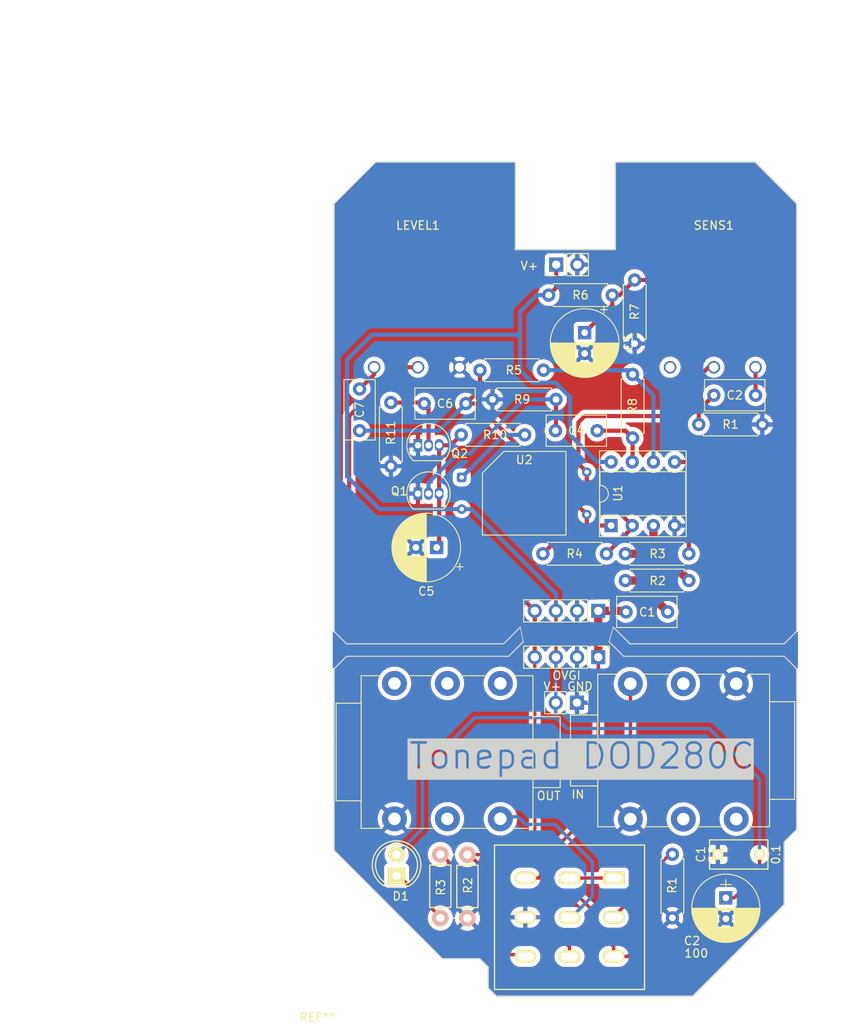
<source format=kicad_pcb>
(kicad_pcb (version 20221018) (generator pcbnew)
  (layers (0 "F.Cu" signal) (31 "B.Cu" signal) (34 "B.Paste" user) (35 "F.Paste" user) (36 "B.SilkS" user "B.Silkscreen") (37 "F.SilkS" user "F.Silkscreen") (38 "B.Mask" user) (39 "F.Mask" user) (44 "Edge.Cuts" user))
  (net 0 "")
  (net 1 "{slash}I")
  (net 2 "Net-(C1-Pad2)")
  (net 3 "Net-(J2-Pad2)")
  (net 4 "Net-(SW1-Pad1)")
  (net 5 "Net-(R3-Pad2)")
  (net 6 "Net-(J3-Pad2)")
  (net 7 "Net-(D1-Pad1)")
  (net 8 "GND")
  (net 9 "+9V")
  (net 10 "Net-(C2-Pad1)")
  (net 11 "Net-(C2-Pad2)")
  (net 12 "Net-(C4-Pad1)")
  (net 13 "Net-(Q1-B)")
  (net 14 "Net-(Q2-B)")
  (net 15 "Net-(C6-Pad2)")
  (net 16 "Net-(C7-Pad2)")
  (net 17 "Net-(Q1-C)")
  (net 18 "Net-(U1A-+)")
  (net 19 "VB")
  (net 20 "Net-(U1A--)")
  (net 21 "Net-(U1B--)")
  (net 22 "Net-(U2--)")
  (net 23 "{slash}O")
  (footprint "Pedal-Components:Potentiometer_ALPHA_RV16106N" (layer "F.Cu") (at 129.01 59.945838)
    (fp_text reference "LEVEL1" (at 0 -0.5 unlocked) (layer "F.SilkS"))
    (fp_text value "100KA")
    (pad "1" thru_hole circle (at -5.25 16.5) (size 1.524 1.524) (drill 1.1) (layers "*.Cu" "*.Mask") (net 16 "Net-(C7-Pad2)"))
    (pad "2" thru_hole circle (at 0 16.5) (size 1.524 1.524) (drill 1.1) (layers "*.Cu" "*.Mask") (net 23 "{slash}O"))
    (pad "3" thru_hole circle (at 5 16.5) (size 1.524 1.524) (drill 1.1) (layers "*.Cu" "*.Mask") (net 8 "GND"))
  )
  (footprint "Capacitor_THT:CP_Radial_D8.0mm_P2.50mm" (layer "F.Cu") (at 131.26 98.05 180)
    (fp_text reference "C5" (at 1.25 -5.25) (layer "F.SilkS"))
    (fp_text value "47uF")
    (pad "1" thru_hole rect (at 0 0 180) (size 1.6 1.6) (drill 0.8) (layers "*.Cu" "*.Mask") (net 17 "Net-(Q1-C)"))
    (pad "2" thru_hole circle (at 2.5 0 180) (size 1.6 1.6) (drill 0.8) (layers "*.Cu" "*.Mask") (net 8 "GND"))
  )
  (footprint "Resistor_THT:R_Axial_DIN0207_L6.3mm_D2.5mm_P7.62mm_Horizontal" (layer "F.Cu") (at 145.57 80.3 180)
    (fp_text reference "R9" (at 4.06 0) (layer "F.SilkS"))
    (fp_text value "220K")
    (pad "1" thru_hole circle (at 0 0 180) (size 1.6 1.6) (drill 0.8) (layers "*.Cu" "*.Mask") (net 13 "Net-(Q1-B)"))
    (pad "2" thru_hole oval (at 7.62 0 180) (size 1.6 1.6) (drill 0.8) (layers "*.Cu" "*.Mask") (net 8 "GND"))
  )
  (footprint "Connectors:NMJ6HCD2" (layer "F.Cu") (at 167.195 114.375 -90)
    (fp_text reference "J2" hide)
    (fp_text value "IN" (at 13.28 19) (layer "F.SilkS"))
    (pad "1" thru_hole circle (at 0 0 270) (size 3 3) (drill 1.5) (layers "*.Cu" "*.Mask") (net 8 "GND"))
    (pad "2" thru_hole circle (at 0 12.7 270) (size 3 3) (drill 1.5) (layers "*.Cu" "*.Mask") (net 3 "Net-(J2-Pad2)"))
    (pad "3" thru_hole circle (at 0 6.35 270) (size 3 3) (drill 1.5) (layers "*.Cu" "*.Mask"))
    (pad "4" thru_hole circle (at 16.23 0 270) (size 3 3) (drill 1.5) (layers "*.Cu" "*.Mask"))
    (pad "5" thru_hole circle (at 16.23 12.7 270) (size 3 3) (drill 1.5) (layers "*.Cu" "*.Mask") (net 8 "GND"))
    (pad "6" thru_hole circle (at 16.23 6.35 270) (size 3 3) (drill 1.5) (layers "*.Cu" "*.Mask"))
  )
  (footprint "Resistor_THT:R_Axial_DIN0207_L6.3mm_D2.5mm_P7.62mm_Horizontal" (layer "F.Cu") (at 141.82 84.55 180)
    (fp_text reference "R10" (at 3.56 0) (layer "F.SilkS"))
    (fp_text value "4K7")
    (pad "1" thru_hole circle (at 0 0 180) (size 1.6 1.6) (drill 0.8) (layers "*.Cu" "*.Mask") (net 22 "Net-(U2--)"))
    (pad "2" thru_hole oval (at 7.62 0 180) (size 1.6 1.6) (drill 0.8) (layers "*.Cu" "*.Mask") (net 17 "Net-(Q1-C)"))
  )
  (footprint "Package_TO_SOT_THT:TO-92_Inline" (layer "F.Cu") (at 129.01 91.59)
    (fp_text reference "Q1" (at -2.25 -0.29) (layer "F.SilkS"))
    (fp_text value "2N3904")
    (pad "1" thru_hole rect (at 0 0) (size 1.05 1.5) (drill 0.75) (layers "*.Cu" "*.Mask") (net 8 "GND"))
    (pad "2" thru_hole oval (at 1.27 0) (size 1.05 1.5) (drill 0.75) (layers "*.Cu" "*.Mask") (net 13 "Net-(Q1-B)"))
    (pad "3" thru_hole oval (at 2.54 0) (size 1.05 1.5) (drill 0.75) (layers "*.Cu" "*.Mask") (net 17 "Net-(Q1-C)"))
  )
  (footprint "Resistor_THT:R_Axial_DIN0207_L6.3mm_D2.5mm_P7.62mm_Horizontal" (layer "F.Cu") (at 136.45 76.8)
    (fp_text reference "R5" (at 4.06 0) (layer "F.SilkS"))
    (fp_text value "100K")
    (pad "1" thru_hole circle (at 0 0) (size 1.6 1.6) (drill 0.8) (layers "*.Cu" "*.Mask") (net 15 "Net-(C6-Pad2)"))
    (pad "2" thru_hole oval (at 7.62 0) (size 1.6 1.6) (drill 0.8) (layers "*.Cu" "*.Mask") (net 21 "Net-(U1B--)"))
  )
  (footprint "Capacitor_THT:C_Rect_L7.0mm_W3.5mm_P5.00mm" (layer "F.Cu") (at 150.51 84.05 180)
    (fp_text reference "C4" (at 2.5 0) (layer "F.SilkS"))
    (fp_text value "50nF")
    (pad "1" thru_hole circle (at 0 0 180) (size 1.6 1.6) (drill 0.8) (layers "*.Cu" "*.Mask") (net 12 "Net-(C4-Pad1)"))
    (pad "2" thru_hole circle (at 5 0 180) (size 1.6 1.6) (drill 0.8) (layers "*.Cu" "*.Mask") (net 13 "Net-(Q1-B)"))
  )
  (footprint "Resistors_ThroughHole:Resistor_Horizontal_RM7mm" (layer "F.Cu") (at 134.945 134.865 -90)
    (fp_text reference "R2" (at 3.685 -0.065 90) (layer "F.SilkS"))
    (fp_text value "1M" hide)
    (pad "1" thru_hole circle (at 0 0 270) (size 1.99898 1.99898) (drill 1.00076) (layers "*.Cu" "*.SilkS" "*.Mask") (net 23 "{slash}O"))
    (pad "2" thru_hole circle (at 7.62 0 270) (size 1.99898 1.99898) (drill 1.00076) (layers "*.Cu" "*.SilkS" "*.Mask") (net 8 "GND"))
  )
  (footprint "Pin_Headers:Pin_Header_Straight_1x02_Pitch2.54mm" (layer "F.Cu") (at 145.595 64.145 90)
    (fp_text reference "J1" hide)
    (fp_text value "V+ " (at -0.155 -2.835 180) (layer "F.SilkS"))
    (pad "1" thru_hole rect (at 0 0 90) (size 1.7 1.7) (drill 1) (layers "*.Cu" "*.Mask") (net 9 "+9V"))
    (pad "2" thru_hole oval (at 0 2.54 90) (size 1.7 1.7) (drill 1) (layers "*.Cu" "*.Mask") (net 8 "GND"))
  )
  (footprint "Capacitor_THT:C_Rect_L7.0mm_W3.5mm_P5.00mm" (layer "F.Cu") (at 129.76 80.8)
    (fp_text reference "C6" (at 2.5 0) (layer "F.SilkS"))
    (fp_text value "50nF")
    (pad "1" thru_hole circle (at 0 0) (size 1.6 1.6) (drill 0.8) (layers "*.Cu" "*.Mask") (net 14 "Net-(Q2-B)"))
    (pad "2" thru_hole circle (at 5 0) (size 1.6 1.6) (drill 0.8) (layers "*.Cu" "*.Mask") (net 15 "Net-(C6-Pad2)"))
  )
  (footprint "Package_TO_SOT_THT:TO-92_Inline" (layer "F.Cu") (at 129.01 85.8)
    (fp_text reference "Q2" (at 5 1) (layer "F.SilkS"))
    (fp_text value "2N3904")
    (pad "1" thru_hole rect (at 0 0) (size 1.05 1.5) (drill 0.75) (layers "*.Cu" "*.Mask") (net 8 "GND"))
    (pad "2" thru_hole oval (at 1.27 0) (size 1.05 1.5) (drill 0.75) (layers "*.Cu" "*.Mask") (net 14 "Net-(Q2-B)"))
    (pad "3" thru_hole oval (at 2.54 0) (size 1.05 1.5) (drill 0.75) (layers "*.Cu" "*.Mask") (net 17 "Net-(Q1-C)"))
  )
  (footprint "Resistor_THT:R_Axial_DIN0207_L6.3mm_D2.5mm_P7.62mm_Horizontal" (layer "F.Cu") (at 154.76 77.3 -90)
    (fp_text reference "R8" (at 3.81 0 90) (layer "F.SilkS"))
    (fp_text value "100K")
    (pad "1" thru_hole circle (at 0 0 270) (size 1.6 1.6) (drill 0.8) (layers "*.Cu" "*.Mask") (net 21 "Net-(U1B--)"))
    (pad "2" thru_hole oval (at 7.62 0 270) (size 1.6 1.6) (drill 0.8) (layers "*.Cu" "*.Mask") (net 12 "Net-(C4-Pad1)"))
  )
  (footprint "Capacitor_THT:C_Rect_L7.0mm_W3.5mm_P5.00mm" (layer "F.Cu") (at 164.51 79.8)
    (fp_text reference "C2" (at 2.5 0) (layer "F.SilkS"))
    (fp_text value "50nF")
    (pad "1" thru_hole circle (at 0 0) (size 1.6 1.6) (drill 0.8) (layers "*.Cu" "*.Mask") (net 10 "Net-(C2-Pad1)"))
    (pad "2" thru_hole circle (at 5 0) (size 1.6 1.6) (drill 0.8) (layers "*.Cu" "*.Mask") (net 11 "Net-(C2-Pad2)"))
  )
  (footprint "Resistor_THT:R_Axial_DIN0207_L6.3mm_D2.5mm_P7.62mm_Horizontal" (layer "F.Cu") (at 125.76 80.68 -90)
    (fp_text reference "R11" (at 3.62 0 90) (layer "F.SilkS"))
    (fp_text value "220K")
    (pad "1" thru_hole circle (at 0 0 270) (size 1.6 1.6) (drill 0.8) (layers "*.Cu" "*.Mask") (net 14 "Net-(Q2-B)"))
    (pad "2" thru_hole oval (at 7.62 0 270) (size 1.6 1.6) (drill 0.8) (layers "*.Cu" "*.Mask") (net 8 "GND"))
  )
  (footprint "Resistors_ThroughHole:Resistor_Horizontal_RM7mm" (layer "F.Cu") (at 131.695 142.465 90)
    (fp_text reference "R3" (at 3.665 0.065 90) (layer "F.SilkS"))
    (fp_text value "1K" hide)
    (pad "1" thru_hole circle (at 0 0 90) (size 1.99898 1.99898) (drill 1.00076) (layers "*.Cu" "*.SilkS" "*.Mask") (net 7 "Net-(D1-Pad1)"))
    (pad "2" thru_hole circle (at 7.62 0 90) (size 1.99898 1.99898) (drill 1.00076) (layers "*.Cu" "*.SilkS" "*.Mask") (net 5 "Net-(R3-Pad2)"))
  )
  (footprint "Capacitor_THT:CP_Radial_D8.0mm_P2.50mm" (layer "F.Cu") (at 149.01 72.3 -90)
    (fp_text reference "C3" (at 1.25 -5.25 90) (layer "F.SilkS"))
    (fp_text value "10uF")
    (pad "1" thru_hole rect (at 0 0 270) (size 1.6 1.6) (drill 0.8) (layers "*.Cu" "*.Mask") (net 19 "VB"))
    (pad "2" thru_hole circle (at 2.5 0 270) (size 1.6 1.6) (drill 0.8) (layers "*.Cu" "*.Mask") (net 8 "GND"))
  )
  (footprint "Capacitor_THT:C_Rect_L7.0mm_W3.5mm_P5.00mm" (layer "F.Cu") (at 122.01 84.05 90)
    (fp_text reference "C7" (at 2.5 0 90) (layer "F.SilkS"))
    (fp_text value "50nF")
    (pad "1" thru_hole circle (at 0 0 90) (size 1.6 1.6) (drill 0.8) (layers "*.Cu" "*.Mask") (net 15 "Net-(C6-Pad2)"))
    (pad "2" thru_hole circle (at 5 0 90) (size 1.6 1.6) (drill 0.8) (layers "*.Cu" "*.Mask") (net 16 "Net-(C7-Pad2)"))
  )
  (footprint "Capacitor_THT:C_Rect_L7.0mm_W3.5mm_P5.00mm" (layer "F.Cu") (at 153.97 105.77)
    (fp_text reference "C1" (at 2.54 0.03) (layer "F.SilkS"))
    (fp_text value "10nF")
    (pad "1" thru_hole circle (at 0 0) (size 1.6 1.6) (drill 0.8) (layers "*.Cu" "*.Mask") (net 1 "{slash}I"))
    (pad "2" thru_hole circle (at 5 0) (size 1.6 1.6) (drill 0.8) (layers "*.Cu" "*.Mask") (net 2 "Net-(C1-Pad2)"))
  )
  (footprint "Capacitors_THT:CP_Radial_D8.0mm_P2.50mm" (layer "F.Cu") (at 165.945 140.045 -90)
    (fp_text reference "C2" (at 5.15 4.05) (layer "F.SilkS"))
    (fp_text value "100" (at 6.65 3.55) (layer "F.SilkS"))
    (pad "1" thru_hole rect (at 0 0 270) (size 1.6 1.6) (drill 0.8) (layers "*.Cu" "*.Mask") (net 9 "+9V"))
    (pad "2" thru_hole circle (at 2.5 0 270) (size 1.6 1.6) (drill 0.8) (layers "*.Cu" "*.Mask") (net 8 "GND"))
  )
  (footprint "Pedal-Components:Potentiometer_ALPHA_RV16106N" (layer "F.Cu") (at 164.51 59.945838)
    (fp_text reference "SENS1" (at 0 -0.5 unlocked) (layer "F.SilkS"))
    (fp_text value "500KB")
    (pad "1" thru_hole circle (at -5.25 16.5) (size 1.524 1.524) (drill 1.1) (layers "*.Cu" "*.Mask"))
    (pad "2" thru_hole circle (at 0 16.5) (size 1.524 1.524) (drill 1.1) (layers "*.Cu" "*.Mask") (net 20 "Net-(U1A--)"))
    (pad "3" thru_hole circle (at 5 16.5) (size 1.524 1.524) (drill 1.1) (layers "*.Cu" "*.Mask") (net 11 "Net-(C2-Pad2)"))
  )
  (footprint "LEDs:LED-5MM" (layer "F.Cu") (at 126.445 137.385 90)
    (fp_text reference "D1" (at -2.46 0.5) (layer "F.SilkS"))
    (fp_text value "LED" hide)
    (pad "1" thru_hole rect (at 0 0 180) (size 2 1.9) (drill 1.00076) (layers "*.Cu" "*.Mask" "F.SilkS") (net 7 "Net-(D1-Pad1)"))
    (pad "2" thru_hole circle (at 2.54 0 90) (size 1.9 1.9) (drill 1.00076) (layers "*.Cu" "*.Mask" "F.SilkS") (net 9 "+9V"))
  )
  (footprint "Resistor_THT:R_Axial_DIN0207_L6.3mm_D2.5mm_P7.62mm_Horizontal" (layer "F.Cu") (at 155.01 65.99 -90)
    (fp_text reference "R7" (at 3.81 0 90) (layer "F.SilkS"))
    (fp_text value "22K")
    (pad "1" thru_hole circle (at 0 0 270) (size 1.6 1.6) (drill 0.8) (layers "*.Cu" "*.Mask") (net 19 "VB"))
    (pad "2" thru_hole oval (at 7.62 0 270) (size 1.6 1.6) (drill 0.8) (layers "*.Cu" "*.Mask") (net 8 "GND"))
  )
  (footprint "Connectors:NMJ6HCD2" (layer "F.Cu") (at 126.195 130.575 90)
    (fp_text reference "J3" hide)
    (fp_text value "OUT" (at 2.75 18.5) (layer "F.SilkS"))
    (pad "1" thru_hole circle (at 0 0 90) (size 3 3) (drill 1.5) (layers "*.Cu" "*.Mask") (net 8 "GND"))
    (pad "2" thru_hole circle (at 0 12.7 90) (size 3 3) (drill 1.5) (layers "*.Cu" "*.Mask") (net 6 "Net-(J3-Pad2)"))
    (pad "3" thru_hole circle (at 0 6.35 90) (size 3 3) (drill 1.5) (layers "*.Cu" "*.Mask"))
    (pad "4" thru_hole circle (at 16.23 0 90) (size 3 3) (drill 1.5) (layers "*.Cu" "*.Mask"))
    (pad "5" thru_hole circle (at 16.23 12.7 90) (size 3 3) (drill 1.5) (layers "*.Cu" "*.Mask"))
    (pad "6" thru_hole circle (at 16.23 6.35 90) (size 3 3) (drill 1.5) (layers "*.Cu" "*.Mask"))
  )
  (footprint "Resistor_THT:R_Axial_DIN0207_L6.3mm_D2.5mm_P7.62mm_Horizontal" (layer "F.Cu") (at 153.89 102.01)
    (fp_text reference "R2" (at 3.87 0.04) (layer "F.SilkS"))
    (fp_text value "10K")
    (pad "1" thru_hole circle (at 0 0) (size 1.6 1.6) (drill 0.8) (layers "*.Cu" "*.Mask") (net 2 "Net-(C1-Pad2)"))
    (pad "2" thru_hole oval (at 7.62 0) (size 1.6 1.6) (drill 0.8) (layers "*.Cu" "*.Mask") (net 18 "Net-(U1A-+)"))
  )
  (footprint "OptoDevice:PerkinElmer_VTL5C" (layer "F.Cu") (at 134.26 89.65)
    (fp_text reference "U2" (at 7.5 -2.1) (layer "F.SilkS"))
    (fp_text value "VTL5C")
    (pad "1" thru_hole roundrect (at 0 0) (size 1.15 1.15) (drill 0.55) (layers "*.Cu" "*.Mask") (net 22 "Net-(U2--)"))
    (pad "2" thru_hole circle (at 0 3.8) (size 1.15 1.15) (drill 0.55) (layers "*.Cu" "*.Mask") (net 9 "+9V"))
    (pad "3" thru_hole circle (at 15 -0.64) (size 1.15 1.15) (drill 0.55) (layers "*.Cu" "*.Mask") (net 20 "Net-(U1A--)"))
    (pad "4" thru_hole circle (at 15 4.44) (size 1.15 1.15) (drill 0.55) (layers "*.Cu" "*.Mask") (net 15 "Net-(C6-Pad2)"))
  )
  (footprint "Pin_Headers:Pin_Header_Straight_1x02_Pitch2.54mm" (layer "F.Cu") (at 148.085 116.655 -90)
    (fp_text reference "J4" hide)
    (fp_text value "V+ GND" (at -1.96 1.06) (layer "F.SilkS"))
    (pad "1" thru_hole rect (at 0 0 270) (size 1.7 1.7) (drill 1) (layers "*.Cu" "*.Mask") (net 8 "GND"))
    (pad "2" thru_hole oval (at 0 2.54 270) (size 1.7 1.7) (drill 1) (layers "*.Cu" "*.Mask") (net 9 "+9V"))
  )
  (footprint "Package_DIP:DIP-8_W7.62mm_Socket" (layer "F.Cu") (at 152.18 95.42 90)
    (fp_text reference "U1" (at 3.87 0.83 90) (layer "F.SilkS"))
    (fp_text value "LM358")
    (pad "1" thru_hole rect (at 0 0 90) (size 1.6 1.6) (drill 0.8) (layers "*.Cu" "*.Mask") (net 15 "Net-(C6-Pad2)"))
    (pad "2" thru_hole oval (at 0 2.54 90) (size 1.6 1.6) (drill 0.8) (layers "*.Cu" "*.Mask") (net 20 "Net-(U1A--)"))
    (pad "3" thru_hole oval (at 0 5.08 90) (size 1.6 1.6) (drill 0.8) (layers "*.Cu" "*.Mask") (net 18 "Net-(U1A-+)"))
    (pad "4" thru_hole oval (at 0 7.62 90) (size 1.6 1.6) (drill 0.8) (layers "*.Cu" "*.Mask") (net 8 "GND"))
    (pad "5" thru_hole oval (at 7.62 7.62 90) (size 1.6 1.6) (drill 0.8) (layers "*.Cu" "*.Mask") (net 19 "VB"))
    (pad "6" thru_hole oval (at 7.62 5.08 90) (size 1.6 1.6) (drill 0.8) (layers "*.Cu" "*.Mask") (net 21 "Net-(U1B--)"))
    (pad "7" thru_hole oval (at 7.62 2.54 90) (size 1.6 1.6) (drill 0.8) (layers "*.Cu" "*.Mask") (net 12 "Net-(C4-Pad1)"))
    (pad "8" thru_hole oval (at 7.62 0 90) (size 1.6 1.6) (drill 0.8) (layers "*.Cu" "*.Mask") (net 9 "+9V"))
  )
  (footprint "Resistor_THT:R_Axial_DIN0207_L6.3mm_D2.5mm_P7.62mm_Horizontal" (layer "F.Cu") (at 151.62 98.8 180)
    (fp_text reference "R4" (at 3.81 0) (layer "F.SilkS"))
    (fp_text value "1M")
    (pad "1" thru_hole circle (at 0 0 180) (size 1.6 1.6) (drill 0.8) (layers "*.Cu" "*.Mask") (net 20 "Net-(U1A--)"))
    (pad "2" thru_hole oval (at 7.62 0 180) (size 1.6 1.6) (drill 0.8) (layers "*.Cu" "*.Mask") (net 15 "Net-(C6-Pad2)"))
  )
  (footprint "KiCad Lib:1590B" (layer "F.Cu") (at 116.943692 153.849085)
    (fp_text reference "REF**" (at 0 0.5) (layer "F.SilkS"))
    (fp_text value "1590B")
  )
  (footprint "KiCad Lib:3PDT-Footswitch" (layer "F.Cu") (at 147.195 142.37 180)
    (fp_text reference "SW1" hide)
    (fp_text value "SW_3PDT" hide)
    (pad "1" thru_hole rect (at -5.3 4.7 180) (size 2.6 1.5) (drill oval 2.1 1) (layers "*.Cu" "*.Mask" "F.SilkS") (net 4 "Net-(SW1-Pad1)"))
    (pad "2" thru_hole oval (at 0 4.7 180) (size 2.6 1.5) (drill oval 2.1 1) (layers "*.Cu" "*.Mask" "F.SilkS") (net 4 "Net-(SW1-Pad1)"))
    (pad "3" thru_hole oval (at 5.3 4.7 180) (size 2.6 1.5) (drill oval 2.1 1) (layers "*.Cu" "*.Mask" "F.SilkS") (net 1 "{slash}I"))
    (pad "4" thru_hole oval (at -5.3 0 180) (size 2.6 1.5) (drill oval 2.1 1) (layers "*.Cu" "*.Mask" "F.SilkS") (net 3 "Net-(J2-Pad2)"))
    (pad "5" thru_hole oval (at 0 -0.025 180) (size 2.6 1.5) (drill oval 2.1 1) (layers "*.Cu" "*.Mask" "F.SilkS") (net 6 "Net-(J3-Pad2)"))
    (pad "6" thru_hole oval (at 5.3 0 180) (size 2.6 1.5) (drill oval 2.1 1) (layers "*.Cu" "*.Mask" "F.SilkS") (net 8 "GND"))
    (pad "7" thru_hole oval (at -5.3 -4.7 180) (size 2.6 1.5) (drill oval 2.1 1) (layers "*.Cu" "*.Mask" "F.SilkS") (net 1 "{slash}I"))
    (pad "8" thru_hole oval (at 0 -4.7 180) (size 2.6 1.5) (drill oval 2.1 1) (layers "*.Cu" "*.Mask" "F.SilkS") (net 23 "{slash}O"))
    (pad "9" thru_hole oval (at 5.3 -4.7 180) (size 2.6 1.5) (drill oval 2.1 1) (layers "*.Cu" "*.Mask" "F.SilkS") (net 5 "Net-(R3-Pad2)"))
  )
  (footprint "Resistor_THT:R_Axial_DIN0207_L6.3mm_D2.5mm_P7.62mm_Horizontal" (layer "F.Cu") (at 159.535 142.445 90)
    (fp_text reference "R1" (at 3.895 -0.025 90) (layer "F.SilkS"))
    (fp_text value "R")
    (pad "1" thru_hole circle (at 0 0 90) (size 1.6 1.6) (drill 0.8) (layers "*.Cu" "*.Mask") (net 8 "GND"))
    (pad "2" thru_hole oval (at 7.62 0 90) (size 1.6 1.6) (drill 0.8) (layers "*.Cu" "*.Mask") (net 1 "{slash}I"))
  )
  (footprint "Resistor_THT:R_Axial_DIN0207_L6.3mm_D2.5mm_P7.62mm_Horizontal" (layer "F.Cu") (at 162.7 83.3)
    (fp_text reference "R1" (at 3.81 0) (layer "F.SilkS"))
    (fp_text value "22K")
    (pad "1" thru_hole circle (at 0 0) (size 1.6 1.6) (drill 0.8) (layers "*.Cu" "*.Mask") (net 10 "Net-(C2-Pad1)"))
    (pad "2" thru_hole oval (at 7.62 0) (size 1.6 1.6) (drill 0.8) (layers "*.Cu" "*.Mask") (net 8 "GND"))
  )
  (footprint "Capacitors_ThroughHole:C_Rect_L7_W3.5_P5" (layer "F.Cu") (at 164.995 134.845)
    (fp_text reference "C1" (at -2.05 0 90) (layer "F.SilkS"))
    (fp_text value "0.1" (at 6.95 0 90) (layer "F.SilkS"))
    (pad "1" thru_hole rect (at 0 0) (size 1.3 1.3) (drill 0.8) (layers "*.Cu" "*.Mask" "F.SilkS") (net 8 "GND"))
    (pad "2" thru_hole circle (at 5 0) (size 1.3 1.3) (drill 0.8) (layers "*.Cu" "*.Mask" "F.SilkS") (net 9 "+9V"))
  )
  (footprint "Pin_Headers:Pin_Header_Straight_1x04_Pitch2.54mm" (layer "F.Cu") (at 150.645 111.195 -90)
    (fp_text reference "JOVGI1" hide)
    (fp_text value "OVGI" (at 2.2 3.8) (layer "F.SilkS"))
    (pad "1" thru_hole rect (at 0 0 270) (size 1.7 1.7) (drill 1) (layers "*.Cu" "*.Mask") (net 1 "{slash}I"))
    (pad "2" thru_hole oval (at 0 2.54 270) (size 1.7 1.7) (drill 1) (layers "*.Cu" "*.Mask") (net 8 "GND"))
    (pad "3" thru_hole oval (at 0 5.08 270) (size 1.7 1.7) (drill 1) (layers "*.Cu" "*.Mask") (net 9 "+9V"))
    (pad "4" thru_hole oval (at 0 7.62 270) (size 1.7 1.7) (drill 1) (layers "*.Cu" "*.Mask") (net 23 "{slash}O"))
  )
  (footprint "Pin_Headers:Pin_Header_Straight_1x04_Pitch2.54mm" (layer "F.Cu") (at 150.645 105.645 -90)
    (fp_text reference "JOVGI2" hide)
    (fp_text value "OVGI" hide)
    (pad "1" thru_hole rect (at 0 0 270) (size 1.7 1.7) (drill 1) (layers "*.Cu" "*.Mask") (net 1 "{slash}I"))
    (pad "2" thru_hole oval (at 0 2.54 270) (size 1.7 1.7) (drill 1) (layers "*.Cu" "*.Mask") (net 8 "GND"))
    (pad "3" thru_hole oval (at 0 5.08 270) (size 1.7 1.7) (drill 1) (layers "*.Cu" "*.Mask") (net 9 "+9V"))
    (pad "4" thru_hole oval (at 0 7.62 270) (size 1.7 1.7) (drill 1) (layers "*.Cu" "*.Mask") (net 23 "{slash}O"))
  )
  (footprint "Resistor_THT:R_Axial_DIN0207_L6.3mm_D2.5mm_P7.62mm_Horizontal" (layer "F.Cu") (at 144.7 67.8)
    (fp_text reference "R6" (at 3.81 0) (layer "F.SilkS"))
    (fp_text value "22K")
    (pad "1" thru_hole circle (at 0 0) (size 1.6 1.6) (drill 0.8) (layers "*.Cu" "*.Mask") (net 9 "+9V"))
    (pad "2" thru_hole oval (at 7.62 0) (size 1.6 1.6) (drill 0.8) (layers "*.Cu" "*.Mask") (net 19 "VB"))
  )
  (footprint "Resistor_THT:R_Axial_DIN0207_L6.3mm_D2.5mm_P7.62mm_Horizontal" (layer "F.Cu") (at 161.51 98.8 180)
    (fp_text reference "R3" (at 3.75 0) (layer "F.SilkS"))
    (fp_text value "470K")
    (pad "1" thru_hole circle (at 0 0 180) (size 1.6 1.6) (drill 0.8) (layers "*.Cu" "*.Mask") (net 19 "VB"))
    (pad "2" thru_hole oval (at 7.62 0 180) (size 1.6 1.6) (drill 0.8) (layers "*.Cu" "*.Mask") (net 18 "Net-(U1A-+)"))
  )
  (gr_line (start 140.695 62.345) (end 152.695 62.345) (stroke (width 0.15)) (layer "Edge.Cuts"))
  (gr_line (start 118.945 56.845) (end 123.945 51.845) (stroke (width 0.15)) (layer "Edge.Cuts"))
  (gr_line (start 172.945 133.345) (end 172.945 140.845) (stroke (width 0.15)) (layer "Edge.Cuts"))
  (gr_line (start 137.445 148.345) (end 136.445 147.345) (stroke (width 0.15)) (layer "Edge.Cuts"))
  (gr_line (start 120.445 111.095) (end 118.945 112.595) (stroke (width 0.15)) (layer "Edge.Cuts"))
  (gr_line (start 152.445 107.595) (end 154.445 109.595) (stroke (width 0.15)) (layer "Edge.Cuts"))
  (gr_line (start 172.945 109.595) (end 174.445 108.095) (stroke (width 0.15)) (layer "Edge.Cuts"))
  (gr_line (start 139.895 111.095) (end 120.945 111.095) (stroke (width 0.15)) (layer "Edge.Cuts"))
  (gr_line (start 120.445 109.595) (end 118.945 108.095) (stroke (width 0.15)) (layer "Edge.Cuts"))
  (gr_line (start 151.945 109.345) (end 153.695 111.095) (stroke (width 0.15)) (layer "Edge.Cuts"))
  (gr_line (start 174.445 112.595) (end 172.945 111.095) (stroke (width 0.15)) (layer "Edge.Cuts"))
  (gr_line (start 153.695 111.095) (end 168.695 111.095) (stroke (width 0.15)) (layer "Edge.Cuts"))
  (gr_line (start 131.945 147.345) (end 130.945 146.345) (stroke (width 0.15)) (layer "Edge.Cuts"))
  (gr_line (start 140.695 51.845) (end 140.695 62.345) (stroke (width 0.15)) (layer "Edge.Cuts"))
  (gr_line (start 141.295 107.595) (end 139.295 109.595) (stroke (width 0.15)) (layer "Edge.Cuts"))
  (gr_line (start 154.445 109.595) (end 172.945 109.595) (stroke (width 0.15)) (layer "Edge.Cuts"))
  (gr_line (start 141.645 109.345) (end 139.895 111.095) (stroke (width 0.15)) (layer "Edge.Cuts"))
  (gr_line (start 174.445 108.095) (end 174.445 84.845) (stroke (width 0.15)) (layer "Edge.Cuts"))
  (gr_line (start 130.945 146.345) (end 118.945 134.345) (stroke (width 0.15)) (layer "Edge.Cuts"))
  (gr_line (start 174.445 84.845) (end 174.445 56.845) (stroke (width 0.15)) (layer "Edge.Cuts"))
  (gr_line (start 174.445 131.845) (end 174.445 112.595) (stroke (width 0.15)) (layer "Edge.Cuts"))
  (gr_line (start 138.445 151.845) (end 161.945 151.845) (stroke (width 0.15)) (layer "Edge.Cuts"))
  (gr_line (start 118.945 56.845) (end 118.945 108.095) (stroke (width 0.15)) (layer "Edge.Cuts"))
  (gr_line (start 136.445 147.345) (end 132.445 147.345) (stroke (width 0.15)) (layer "Edge.Cuts"))
  (gr_line (start 140.695 51.845) (end 123.945 51.845) (stroke (width 0.15)) (layer "Edge.Cuts"))
  (gr_line (start 152.445 107.595) (end 151.945 109.345) (stroke (width 0.1)) (layer "Edge.Cuts"))
  (gr_line (start 172.945 111.095) (end 168.695 111.095) (stroke (width 0.15)) (layer "Edge.Cuts"))
  (gr_line (start 120.945 111.095) (end 120.445 111.095) (stroke (width 0.15)) (layer "Edge.Cuts"))
  (gr_line (start 132.445 147.345) (end 131.945 147.345) (stroke (width 0.15)) (layer "Edge.Cuts"))
  (gr_line (start 118.945 134.345) (end 118.945 120.845) (stroke (width 0.15)) (layer "Edge.Cuts"))
  (gr_line (start 137.445 150.845) (end 137.445 148.345) (stroke (width 0.15)) (layer "Edge.Cuts"))
  (gr_line (start 172.945 133.345) (end 174.445 131.845) (stroke (width 0.15)) (layer "Edge.Cuts"))
  (gr_line (start 118.945 112.595) (end 118.945 120.845) (stroke (width 0.15)) (layer "Edge.Cuts"))
  (gr_line (start 120.445 109.595) (end 120.445 109.595) (stroke (width 0.15)) (layer "Edge.Cuts"))
  (gr_line (start 152.695 62.345) (end 152.695 51.845) (stroke (width 0.15)) (layer "Edge.Cuts"))
  (gr_line (start 169.445 51.845) (end 174.445 56.845) (stroke (width 0.15)) (layer "Edge.Cuts"))
  (gr_line (start 139.295 109.595) (end 120.445 109.595) (stroke (width 0.15)) (layer "Edge.Cuts"))
  (gr_line (start 141.295 107.595) (end 141.645 109.345) (stroke (width 0.1)) (layer "Edge.Cuts"))
  (gr_line (start 172.945 140.845) (end 161.945 151.845) (stroke (width 0.15)) (layer "Edge.Cuts"))
  (gr_line (start 152.695 51.845) (end 169.445 51.845) (stroke (width 0.15)) (layer "Edge.Cuts"))
  (gr_line (start 138.445 151.845) (end 137.445 150.845) (stroke (width 0.15)) (layer "Edge.Cuts"))
  (gr_text "Tonepad DOD280C" (at 127.76 124.8) (layer "Edge.Cuts" knockout) (effects (font (size 3 3) (thickness 0.3)) (justify left bottom)))
  (segment (start 144.445 138.345) (end 143.77 137.67) (width 0.4) (layer "F.Cu") (net 1))
  (segment (start 143.745 137.37) (end 143.745 135.845) (width 0.4) (layer "F.Cu") (net 1))
  (segment (start 144.445 138.845) (end 144.445 138.345) (width 0.4) (layer "F.Cu") (net 1))
  (segment (start 157.945 136.095) (end 159.445 134.595) (width 0.4) (layer "F.Cu") (net 1))
  (segment (start 141.895 137.67) (end 143.445 137.67) (width 0.4) (layer "F.Cu") (net 1))
  (segment (start 143.77 137.67) (end 143.445 137.67) (width 0.4) (layer "F.Cu") (net 1))
  (segment (start 157.945 139.845) (end 157.945 136.095) (width 0.4) (layer "F.Cu") (net 1))
  (segment (start 148.345 139.945) (end 145.545 139.945) (width 0.4) (layer "F.Cu") (net 1))
  (segment (start 149.845 141.445) (end 148.345 139.945) (width 0.4) (layer "F.Cu") (net 1))
  (segment (start 143.445 137.67) (end 143.745 137.37) (width 0.4) (layer "F.Cu") (net 1))
  (segment (start 150.645 105.645) (end 150.645 111.195) (width 1) (layer "F.Cu") (net 1))
  (segment (start 152.495 147.07) (end 152.495 145.92) (width 0.4) (layer "F.Cu") (net 1))
  (segment (start 143.745 135.845) (end 148.945 130.645) (width 0.4) (layer "F.Cu") (net 1))
  (segment (start 152.495 147.07) (end 154.195 147.07) (width 0.4) (layer "F.Cu") (net 1))
  (segment (start 145.545 139.945) (end 144.445 138.845) (width 0.4) (layer "F.Cu") (net 1))
  (segment (start 155.87 145.42) (end 156.445 144.845) (width 0.4) (layer "F.Cu") (net 1))
  (segment (start 150.645 115.465) (end 150.645 122.785) (width 0.4) (layer "F.Cu") (net 1))
  (segment (start 152.495 145.92) (end 149.845 143.27) (width 0.4) (layer "F.Cu") (net 1))
  (segment (start 150.645 105.645) (end 153.845 105.645) (width 1) (layer "F.Cu") (net 1))
  (segment (start 154.195 147.07) (end 155.845 145.42) (width 0.4) (layer "F.Cu") (net 1))
  (segment (start 148.945 130.645) (end 148.945 124.485) (width 0.4) (layer "F.Cu") (net 1))
  (segment (start 156.445 144.845) (end 156.445 141.345) (width 0.4) (layer "F.Cu") (net 1))
  (segment (start 149.845 143.27) (end 149.845 141.445) (width 0.4) (layer "F.Cu") (net 1))
  (segment (start 148.945 124.485) (end 150.645 122.785) (width 0.4) (layer "F.Cu") (net 1))
  (segment (start 156.445 141.345) (end 157.945 139.845) (width 0.4) (layer "F.Cu") (net 1))
  (segment (start 155.845 145.42) (end 155.87 145.42) (width 0.4) (layer "F.Cu") (net 1))
  (segment (start 153.845 105.645) (end 153.97 105.77) (width 1) (layer "F.Cu") (net 1))
  (segment (start 150.645 111.195) (end 150.645 115.465) (width 0.4) (layer "F.Cu") (net 1))
  (segment (start 155.21 102.01) (end 158.97 105.77) (width 1) (layer "F.Cu") (net 2))
  (segment (start 153.89 102.01) (end 155.21 102.01) (width 1) (layer "F.Cu") (net 2))
  (segment (start 151.425 128.335) (end 154.495 125.265) (width 0.4) (layer "F.Cu") (net 3))
  (segment (start 153.22 142.37) (end 152.495 142.37) (width 0.4) (layer "F.Cu") (net 3))
  (segment (start 152.605 133.855) (end 151.425 132.675) (width 0.4) (layer "F.Cu") (net 3))
  (segment (start 153.635 133.855) (end 152.605 133.855) (width 0.4) (layer "F.Cu") (net 3))
  (segment (start 151.425 132.675) (end 151.425 128.335) (width 0.4) (layer "F.Cu") (net 3))
  (segment (start 155.445 135.665) (end 153.635 133.855) (width 0.4) (layer "F.Cu") (net 3))
  (segment (start 152.495 142.295) (end 155.445 139.345) (width 0.4) (layer "F.Cu") (net 3))
  (segment (start 155.445 139.345) (end 155.445 135.665) (width 0.4) (layer "F.Cu") (net 3))
  (segment (start 154.495 125.265) (end 154.495 114.375) (width 0.4) (layer "F.Cu") (net 3))
  (segment (start 152.495 142.37) (end 152.495 142.295) (width 0.4) (layer "F.Cu") (net 3))
  (segment (start 147.195 137.67) (end 148.895 137.67) (width 0.4) (layer "F.Cu") (net 4))
  (segment (start 148.895 137.67) (end 152.495 137.67) (width 0.4) (layer "F.Cu") (net 4))
  (segment (start 140.045 146.845) (end 141.67 146.845) (width 0.4) (layer "F.Cu") (net 5))
  (segment (start 131.815 134.845) (end 132.694489 135.724489) (width 0.4) (layer "F.Cu") (net 5))
  (segment (start 132.694489 135.724489) (end 132.694489 137.594489) (width 0.4) (layer "F.Cu") (net 5))
  (segment (start 134.845 139.745) (end 137.145 139.745) (width 0.4) (layer "F.Cu") (net 5))
  (segment (start 138.145 140.745) (end 138.145 144.945) (width 0.4) (layer "F.Cu") (net 5))
  (segment (start 132.694489 137.594489) (end 134.845 139.745) (width 0.4) (layer "F.Cu") (net 5))
  (segment (start 137.145 139.745) (end 138.145 140.745) (width 0.4) (layer "F.Cu") (net 5))
  (segment (start 138.145 144.945) (end 140.045 146.845) (width 0.4) (layer "F.Cu") (net 5))
  (segment (start 141.67 146.845) (end 141.895 147.07) (width 0.4) (layer "F.Cu") (net 5))
  (segment (start 131.695 134.845) (end 131.815 134.845) (width 0.4) (layer "F.Cu") (net 5))
  (segment (start 145.445 131.245) (end 149.945 135.745) (width 0.4) (layer "B.Cu") (net 6))
  (segment (start 141.01632 130.325) (end 141.93632 131.245) (width 0.4) (layer "B.Cu") (net 6))
  (segment (start 141.93632 131.245) (end 145.445 131.245) (width 0.4) (layer "B.Cu") (net 6))
  (segment (start 147.395 142.395) (end 147.195 142.395) (width 0.4) (layer "B.Cu") (net 6))
  (segment (start 149.945 135.745) (end 149.945 139.845) (width 0.4) (layer "B.Cu") (net 6))
  (segment (start 149.945 139.845) (end 147.395 142.395) (width 0.4) (layer "B.Cu") (net 6))
  (segment (start 138.895 130.325) (end 141.01632 130.325) (width 0.4) (layer "B.Cu") (net 6))
  (segment (start 130.695511 141.345511) (end 131.695 142.345) (width 0.4) (layer "F.Cu") (net 7))
  (segment (start 126.695 137.345) (end 130.695511 141.345511) (width 0.4) (layer "F.Cu") (net 7))
  (segment (start 126.445 137.345) (end 126.695 137.345) (width 0.4) (layer "F.Cu") (net 7))
  (segment (start 145.595 64.145) (end 145.595 66.905) (width 0.5) (layer "F.Cu") (net 9))
  (segment (start 165.945 140.045) (end 166.945 140.045) (width 0.4) (layer "F.Cu") (net 9))
  (segment (start 169.995 136.995) (end 169.995 135.764238) (width 0.4) (layer "F.Cu") (net 9))
  (segment (start 145.565 105.645) (end 145.565 111.195) (width 0.4) (layer "F.Cu") (net 9))
  (segment (start 169.995 135.764238) (end 169.995 134.845) (width 0.4) (layer "F.Cu") (net 9))
  (segment (start 145.595 66.905) (end 144.7 67.8) (width 0.5) (layer "F.Cu") (net 9))
  (segment (start 166.945 140.045) (end 169.995 136.995) (width 0.4) (layer "F.Cu") (net 9))
  (segment (start 120.51 89.55) (end 124.41 93.45) (width 0.5) (layer "B.Cu") (net 9))
  (segment (start 120.51 75.55) (end 120.51 89.55) (width 0.5) (layer "B.Cu") (net 9))
  (segment (start 123.51 72.55) (end 120.51 75.55) (width 0.5) (layer "B.Cu") (net 9))
  (segment (start 147.26 84.55) (end 147.26 80.05) (width 0.5) (layer "B.Cu") (net 9))
  (segment (start 145.51 78.3) (end 142.76 78.3) (width 0.5) (layer "B.Cu") (net 9))
  (segment (start 141.26 72.55) (end 123.51 72.55) (width 0.5) (layer "B.Cu") (net 9))
  (segment (start 134.26 93.45) (end 135.41 93.45) (width 0.5) (layer "B.Cu") (net 9))
  (segment (start 141.26 69.8) (end 143.26 67.8) (width 0.5) (layer "B.Cu") (net 9))
  (segment (start 150.51 87.8) (end 147.26 84.55) (width 0.5) (layer "B.Cu") (net 9))
  (segment (start 145.595 105.615) (end 145.565 105.645) (width 0.4) (layer "B.Cu") (net 9))
  (segment (start 135.41 93.45) (end 145.565 103.605) (width 0.5) (layer "B.Cu") (net 9))
  (segment (start 124.41 93.45) (end 134.26 93.45) (width 0.5) (layer "B.Cu") (net 9))
  (segment (start 163.945 119.745) (end 169.995 125.795) (width 0.4) (layer "B.Cu") (net 9))
  (segment (start 145.545 118.445) (end 146.845 119.745) (width 0.4) (layer "B.Cu") (net 9))
  (segment (start 152.18 87.8) (end 150.51 87.8) (width 0.5) (layer "B.Cu") (net 9))
  (segment (start 143.26 67.8) (end 144.7 67.8) (width 0.5) (layer "B.Cu") (net 9))
  (segment (start 145.545 117.945) (end 145.545 118.445) (width 0.4) (layer "B.Cu") (net 9))
  (segment (start 129.545 131.745) (end 126.445 134.845) (width 0.4) (layer "B.Cu") (net 9))
  (segment (start 146.845 119.745) (end 163.945 119.745) (width 0.4) (layer "B.Cu") (net 9))
  (segment (start 145.565 111.195) (end 145.565 112.397081) (width 0.4) (layer "B.Cu") (net 9))
  (segment (start 129.545 124.745) (end 129.545 131.745) (width 0.4) (layer "B.Cu") (net 9))
  (segment (start 141.26 72.55) (end 141.26 69.8) (width 0.5) (layer "B.Cu") (net 9))
  (segment (start 135.845 118.445) (end 129.545 124.745) (width 0.4) (layer "B.Cu") (net 9))
  (segment (start 145.545 118.445) (end 135.845 118.445) (width 0.4) (layer "B.Cu") (net 9))
  (segment (start 145.545 116.655) (end 145.545 117.945) (width 0.4) (layer "B.Cu") (net 9))
  (segment (start 145.545 112.417081) (end 145.545 117.945) (width 0.4) (layer "B.Cu") (net 9))
  (segment (start 141.26 76.8) (end 141.26 72.55) (width 0.5) (layer "B.Cu") (net 9))
  (segment (start 142.76 78.3) (end 141.26 76.8) (width 0.5) (layer "B.Cu") (net 9))
  (segment (start 145.565 112.397081) (end 145.545 112.417081) (width 0.4) (layer "B.Cu") (net 9))
  (segment (start 145.565 103.605) (end 145.565 105.645) (width 0.5) (layer "B.Cu") (net 9))
  (segment (start 169.995 125.795) (end 169.995 134.845) (width 0.4) (layer "B.Cu") (net 9))
  (segment (start 147.26 80.05) (end 145.51 78.3) (width 0.5) (layer "B.Cu") (net 9))
  (segment (start 162.7 83.3) (end 162.7 81.61) (width 0.5) (layer "F.Cu") (net 10))
  (segment (start 162.7 81.61) (end 164.51 79.8) (width 0.5) (layer "F.Cu") (net 10))
  (segment (start 169.51 76.445838) (end 169.51 79.8) (width 0.5) (layer "F.Cu") (net 11))
  (segment (start 154.76 87.76) (end 154.72 87.8) (width 0.5) (layer "F.Cu") (net 12))
  (segment (start 150.51 84.05) (end 153.89 84.05) (width 0.5) (layer "F.Cu") (net 12))
  (segment (start 154.76 84.92) (end 154.76 87.76) (width 0.5) (layer "F.Cu") (net 12))
  (segment (start 153.89 84.05) (end 154.76 84.92) (width 0.5) (layer "F.Cu") (net 12))
  (segment (start 145.57 83.99) (end 145.51 84.05) (width 0.5) (layer "F.Cu") (net 13))
  (segment (start 145.57 80.3) (end 145.57 83.99) (width 0.5) (layer "F.Cu") (net 13))
  (segment (start 141.76 80.3) (end 145.57 80.3) (width 0.5) (layer "B.Cu") (net 13))
  (segment (start 130.28 90.28) (end 133.76 86.8) (width 0.5) (layer "B.Cu") (net 13))
  (segment (start 133.76 86.8) (end 135.26 86.8) (width 0.5) (layer "B.Cu") (net 13))
  (segment (start 135.26 86.8) (end 141.76 80.3) (width 0.5) (layer "B.Cu") (net 13))
  (segment (start 130.28 91.59) (end 130.28 90.28) (width 0.5) (layer "B.Cu") (net 13))
  (segment (start 129.64 80.68) (end 129.76 80.8) (width 0.5) (layer "F.Cu") (net 14))
  (segment (start 125.76 80.68) (end 129.64 80.68) (width 0.5) (layer "F.Cu") (net 14))
  (segment (start 130.28 85.8) (end 130.28 81.32) (width 0.5) (layer "F.Cu") (net 14))
  (segment (start 130.28 81.32) (end 129.76 80.8) (width 0.5) (layer "F.Cu") (net 14))
  (segment (start 152.18 95.42) (end 149.26 95.42) (width 0.5) (layer "F.Cu") (net 15))
  (segment (start 149.26 95.42) (end 147.38 95.42) (width 0.5) (layer "F.Cu") (net 15))
  (segment (start 136.45 76.8) (end 136.45 79.11) (width 0.5) (layer "F.Cu") (net 15))
  (segment (start 135.97 80.8) (end 149.26 94.09) (width 0.5) (layer "F.Cu") (net 15))
  (segment (start 147.38 95.42) (end 144 98.8) (width 0.5) (layer "F.Cu") (net 15))
  (segment (start 134.76 80.8) (end 135.97 80.8) (width 0.5) (layer "F.Cu") (net 15))
  (segment (start 149.26 94.09) (end 149.26 95.42) (width 0.5) (layer "F.Cu") (net 15))
  (segment (start 136.45 79.11) (end 134.76 80.8) (width 0.5) (layer "F.Cu") (net 15))
  (segment (start 122.01 84.05) (end 131.51 84.05) (width 0.5) (layer "B.Cu") (net 15))
  (segment (start 131.51 84.05) (end 134.76 80.8) (width 0.5) (layer "B.Cu") (net 15))
  (segment (start 123.76 76.445838) (end 123.76 77.3) (width 0.5) (layer "F.Cu") (net 16))
  (segment (start 123.76 77.3) (end 122.01 79.05) (width 0.5) (layer "F.Cu") (net 16))
  (segment (start 131.55 85.8) (end 132.95 85.8) (width 0.5) (layer "F.Cu") (net 17))
  (segment (start 131.55 85.8) (end 131.55 91.59) (width 0.5) (layer "F.Cu") (net 17))
  (segment (start 132.95 85.8) (end 134.2 84.55) (width 0.5) (layer "F.Cu") (net 17))
  (segment (start 131.55 97.76) (end 131.26 98.05) (width 0.5) (layer "F.Cu") (net 17))
  (segment (start 131.55 91.59) (end 131.55 97.76) (width 0.5) (layer "F.Cu") (net 17))
  (segment (start 157.26 95.42) (end 157.26 97.76) (width 1) (layer "F.Cu") (net 18))
  (segment (start 157.26 97.76) (end 161.51 102.01) (width 1) (layer "F.Cu") (net 18))
  (segment (start 156.22 98.8) (end 157.26 97.76) (width 1) (layer "F.Cu") (net 18))
  (segment (start 153.89 98.8) (end 156.22 98.8) (width 1) (layer "F.Cu") (net 18))
  (segment (start 161.51 98.8) (end 161.51 87.8) (width 0.5) (layer "F.Cu") (net 19))
  (segment (start 152.32 67.8) (end 153.2 67.8) (width 0.5) (layer "F.Cu") (net 19))
  (segment (start 167.26 70.8) (end 162.45 65.99) (width 0.5) (layer "F.Cu") (net 19))
  (segment (start 163.51 87.8) (end 167.26 84.05) (width 0.5) (layer "F.Cu") (net 19))
  (segment (start 161.51 87.8) (end 163.51 87.8) (width 0.5) (layer "F.Cu") (net 19))
  (segment (start 159.8 87.8) (end 161.51 87.8) (width 0.5) (layer "F.Cu") (net 19))
  (segment (start 167.26 84.05) (end 167.26 70.8) (width 0.5) (layer "F.Cu") (net 19))
  (segment (start 153.2 67.8) (end 155.01 65.99) (width 0.5) (layer "F.Cu") (net 19))
  (segment (start 149.01 72.3) (end 152.32 68.99) (width 0.5) (layer "F.Cu") (net 19))
  (segment (start 162.45 65.99) (end 155.01 65.99) (width 0.5) (layer "F.Cu") (net 19))
  (segment (start 152.32 68.99) (end 152.32 67.8) (width 0.5) (layer "F.Cu") (net 19))
  (segment (start 164.51 76.445838) (end 163.864162 76.445838) (width 0.5) (layer "F.Cu") (net 20))
  (segment (start 159.01 82.3) (end 149.01 82.3) (width 0.5) (layer "F.Cu") (net 20))
  (segment (start 148.26 88.01) (end 149.26 89.01) (width 0.5) (layer "F.Cu") (net 20))
  (segment (start 148.26 83.05) (end 148.26 88.01) (width 0.5) (layer "F.Cu") (net 20))
  (segment (start 154.72 95.42) (end 154.72 95.7) (width 0.5) (layer "F.Cu") (net 20))
  (segment (start 163.864162 76.445838) (end 159.76 80.55) (width 0.5) (layer "F.Cu") (net 20))
  (segment (start 159.76 80.55) (end 159.76 81.55) (width 0.5) (layer "F.Cu") (net 20))
  (segment (start 149.01 82.3) (end 148.26 83.05) (width 0.5) (layer "F.Cu") (net 20))
  (segment (start 154.72 95.42) (end 149.26 89.96) (width 0.5) (layer "F.Cu") (net 20))
  (segment (start 154.72 95.7) (end 151.62 98.8) (width 0.5) (layer "F.Cu") (net 20))
  (segment (start 159.76 81.55) (end 159.01 82.3) (width 0.5) (layer "F.Cu") (net 20))
  (segment (start 149.26 89.96) (end 149.26 89.01) (width 0.5) (layer "F.Cu") (net 20))
  (segment (start 157.26 87.8) (end 157.26 79.8) (width 0.5) (layer "B.Cu") (net 21))
  (segment (start 154.26 76.8) (end 154.76 77.3) (width 0.5) (layer "B.Cu") (net 21))
  (segment (start 144.07 76.8) (end 154.26 76.8) (width 0.5) (layer "B.Cu") (net 21))
  (segment (start 157.26 79.8) (end 154.76 77.3) (width 0.5) (layer "B.Cu") (net 21))
  (segment (start 134.26 89.65) (end 139.36 84.55) (width 0.5) (layer "B.Cu") (net 22))
  (segment (start 139.36 84.55) (end 141.82 84.55) (width 0.5) (layer "B.Cu") (net 22))
  (segment (start 136.024489 135.724489) (end 140.345 140.045) (width 0.4) (layer "F.Cu") (net 23))
  (segment (start 134.945 134.865) (end 135.165 134.865) (width 0.4) (layer "F.Cu") (net 23))
  (segment (start 135.165 134.865) (end 136.024489 135.724489) (width 0.4) (layer "F.Cu") (net 23))
  (segment (start 123.76 100.55) (end 120.76 97.55) (width 0.5) (layer "F.Cu") (net 23))
  (segment (start 120.76 97.55) (end 120.76 82.3) (width 0.5) (layer "F.Cu") (net 23))
  (segment (start 120.76 82.3) (end 126.614162 76.445838) (width 0.5) (layer "F.Cu") (net 23))
  (segment (start 143.025 105.645) (end 137.93 100.55) (width 0.5) (layer "F.Cu") (net 23))
  (segment (start 140.925 134.865) (end 134.945 134.865) (width 0.4) (layer "F.Cu") (net 23))
  (segment (start 144.545 141.445) (end 144.545 143.27) (width 0.4) (layer "F.Cu") (net 23))
  (segment (start 137.93 100.55) (end 123.76 100.55) (width 0.5) (layer "F.Cu") (net 23))
  (segment (start 147.195 145.92) (end 147.195 147.07) (width 0.4) (layer "F.Cu") (net 23))
  (segment (start 143.025 105.645) (end 143.025 111.195) (width 0.5) (layer "F.Cu") (net 23))
  (segment (start 140.345 140.045) (end 143.145 140.045) (width 0.4) (layer "F.Cu") (net 23))
  (segment (start 144.545 143.27) (end 147.195 145.92) (width 0.4) (layer "F.Cu") (net 23))
  (segment (start 126.614162 76.445838) (end 129.01 76.445838) (width 0.5) (layer "F.Cu") (net 23))
  (segment (start 143.025 111.195) (end 143.025 132.765) (width 0.4) (layer "F.Cu") (net 23))
  (segment (start 143.025 132.765) (end 140.925 134.865) (width 0.4) (layer "F.Cu") (net 23))
  (segment (start 143.145 140.045) (end 144.545 141.445) (width 0.4) (layer "F.Cu") (net 23))
  (zone (net 8) (net_name "GND") (layers "F&B.Cu") (connect_pads (clearance 0.508)) (min_thickness 0.254) (fill yes (thermal_gap 0.508) (thermal_bridge_width 0.508))
    (polygon (pts (xy 118.195 152.345) (xy 175.195 152.345) (xy 175.195 44.345) (xy 118.195 44.345)))
  )
)
</source>
